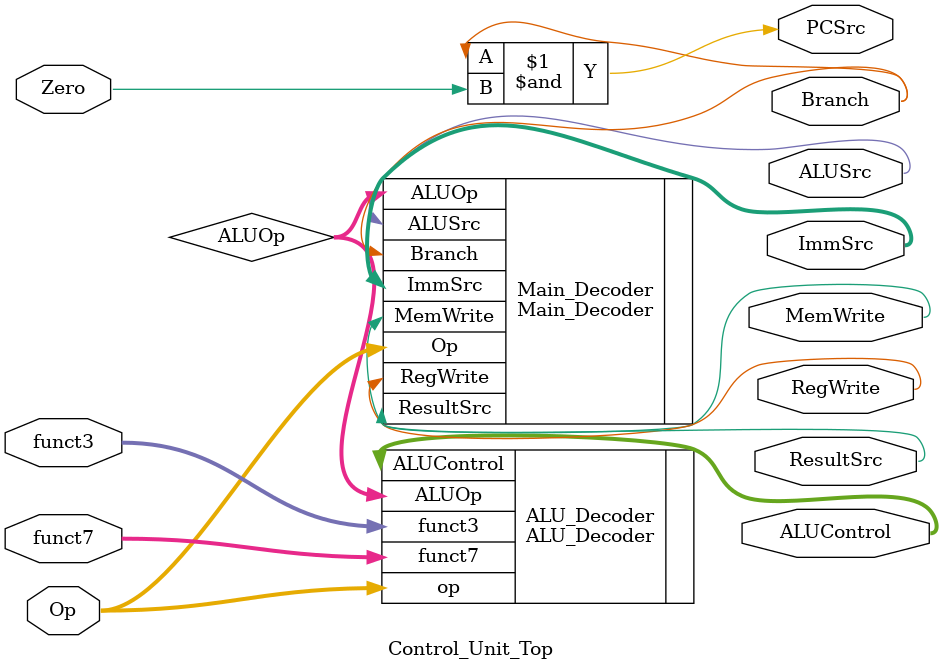
<source format=v>
`include "ALU_Decoder.v"
`include "Main_Decoder.v"

module Control_Unit_Top(Op,RegWrite,ImmSrc,ALUSrc,MemWrite,ResultSrc,Branch,funct3,funct7,ALUControl,Zero,PCSrc);

    input [6:0]Op,funct7;
    input [2:0]funct3;
    input Zero;
    output RegWrite,ALUSrc,MemWrite,ResultSrc,Branch,PCSrc;
    output [1:0]ImmSrc;
    output [2:0]ALUControl;

    wire [1:0]ALUOp;

    Main_Decoder Main_Decoder(
                .Op(Op),
                .RegWrite(RegWrite),
                .ImmSrc(ImmSrc),
                .MemWrite(MemWrite),
                .ResultSrc(ResultSrc),
                .Branch(Branch),
                .ALUSrc(ALUSrc),
                .ALUOp(ALUOp)
    );

    ALU_Decoder ALU_Decoder(
                            .ALUOp(ALUOp),
                            .funct3(funct3),
                            .funct7(funct7),
                            .op(Op),
                            .ALUControl(ALUControl)
    );

    assign PCSrc = Branch & Zero;

endmodule
</source>
